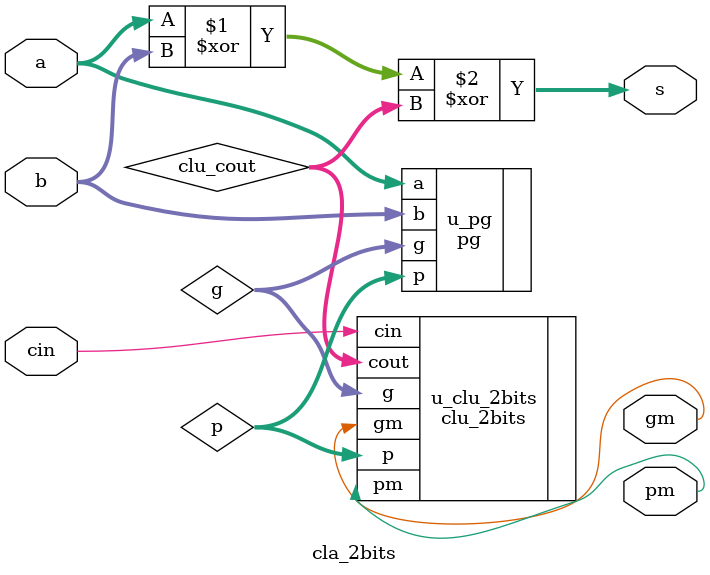
<source format=v>
module cla_2bits(

    input	[1	:0]	a   ,
    input   [1	:0]	b   ,
    input			cin ,
    output	[1	:0]	s   ,
	output			pm  ,
	output			gm  
);

wire	[1	:0]	p;
wire	[1	:0]	g;
pg #(2) u_pg(

    .a(a),
    .b(b),
    .p(p),
    .g(g)
);

wire	[1	:0]	clu_cout;
clu_2bits u_clu_2bits(

    .p   (p),
    .g   (g),
    .cin (cin),
    .cout(clu_cout),
	.pm  (pm),
	.gm  (gm)
);

assign s = a ^ b ^ clu_cout;

endmodule

</source>
